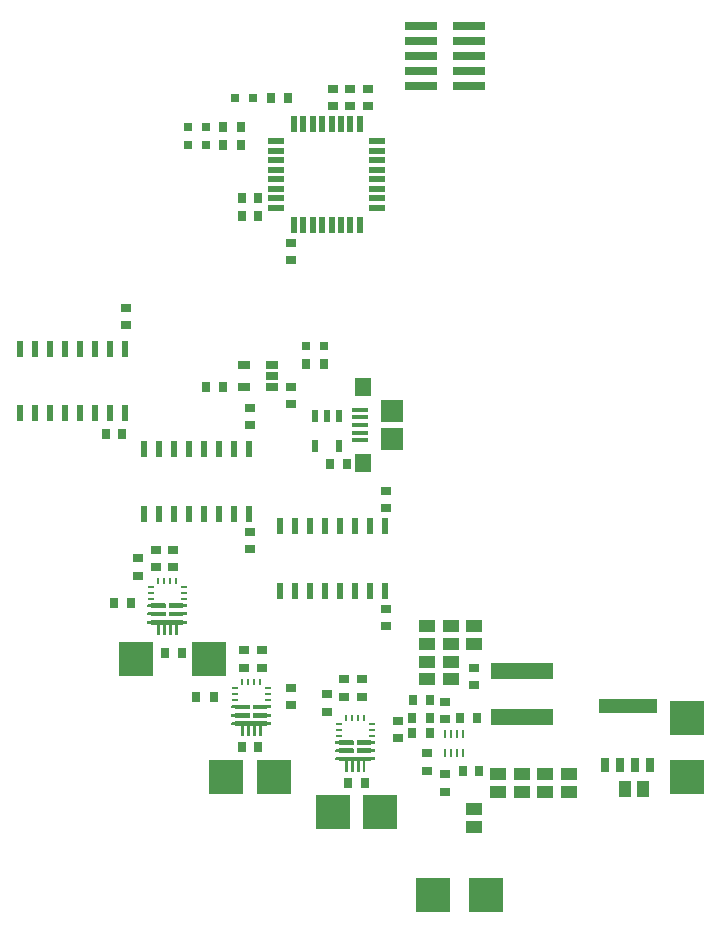
<source format=gbr>
%TF.GenerationSoftware,Altium Limited,Altium Designer,22.9.1 (49)*%
G04 Layer_Color=8421504*
%FSLAX45Y45*%
%MOMM*%
%TF.SameCoordinates,A07B7C20-9008-4073-B72B-9E11D2315A39*%
%TF.FilePolarity,Positive*%
%TF.FileFunction,Paste,Top*%
%TF.Part,Single*%
G01*
G75*
%TA.AperFunction,SMDPad,CuDef*%
%ADD10R,2.79000X0.74000*%
%ADD11R,0.80000X0.90000*%
%ADD12R,1.35000X0.40000*%
%ADD13R,1.90000X1.90000*%
%ADD14R,1.40000X1.60000*%
%ADD15R,0.70000X0.90000*%
%ADD16R,0.90000X0.70000*%
%ADD17R,0.53340X1.46170*%
%ADD18R,5.00000X1.30000*%
%ADD19R,0.80000X1.30000*%
%ADD20R,0.60000X1.10000*%
%ADD21R,1.00000X0.70000*%
%TA.AperFunction,SMDPad,SMDef*%
%ADD25R,0.60000X0.25000*%
%ADD26R,0.25000X0.60000*%
%TA.AperFunction,SMDPad,CuDef*%
%ADD27R,1.40000X1.10000*%
%ADD28R,1.10000X1.40000*%
%ADD29R,0.90000X0.80000*%
%ADD30R,0.50080X1.35890*%
%ADD31R,1.35890X0.50080*%
%ADD32R,0.22860X0.71120*%
%ADD33R,5.30000X1.40000*%
%ADD34R,3.00000X3.00000*%
%ADD35R,0.80000X0.80000*%
G36*
X11235000Y9562503D02*
X11265000D01*
X11270000Y9557503D01*
Y9542503D01*
X11265000Y9537503D01*
X11235000D01*
Y9530003D01*
X11117500Y9530003D01*
X11112500Y9535003D01*
X11112500Y9565003D01*
X11117500Y9570003D01*
X11235000D01*
Y9562503D01*
D02*
G37*
G36*
X11087500Y9565000D02*
X11087500Y9535000D01*
X11082500Y9530000D01*
X10965000D01*
Y9537500D01*
X10935000Y9537500D01*
X10930000Y9542500D01*
Y9557500D01*
X10935000Y9562500D01*
X10965000Y9562500D01*
Y9570000D01*
X11082500D01*
X11087500Y9565000D01*
D02*
G37*
G36*
X11235000Y9492501D02*
X11265000D01*
X11270000Y9487501D01*
Y9472502D01*
X11265000Y9467502D01*
X11235000Y9467502D01*
Y9460002D01*
X11117500D01*
X11112500Y9465002D01*
X11112500Y9495002D01*
X11117500Y9500002D01*
X11235000D01*
Y9492501D01*
D02*
G37*
G36*
X11087502Y9494998D02*
X11087502Y9464998D01*
X11082502Y9459998D01*
X10965002D01*
Y9467498D01*
X10935002D01*
X10930002Y9472498D01*
Y9487498D01*
X10935002Y9492498D01*
X10965002Y9492498D01*
Y9499998D01*
X11082502D01*
X11087502Y9494998D01*
D02*
G37*
G36*
X11235000Y9422500D02*
X11265000Y9422500D01*
X11270000Y9417500D01*
Y9402500D01*
X11265000Y9397500D01*
X11235000D01*
Y9390000D01*
X11187500D01*
Y9305000D01*
X11182500Y9300000D01*
X11167500D01*
X11162500Y9305000D01*
Y9390000D01*
X11137500D01*
Y9305000D01*
X11132500Y9300000D01*
X11117500D01*
X11112500Y9305000D01*
Y9390000D01*
X11087500D01*
Y9305000D01*
X11082500Y9300000D01*
X11067500D01*
X11062500Y9305000D01*
Y9390000D01*
X11037500D01*
Y9305000D01*
X11032500Y9300000D01*
X11017500D01*
X11012500Y9305000D01*
Y9390000D01*
X10965000D01*
Y9397500D01*
X10935000D01*
X10930000Y9402500D01*
Y9417500D01*
X10935000Y9422500D01*
X10965000D01*
Y9430000D01*
X11235000D01*
Y9422500D01*
D02*
G37*
G36*
X11945000Y8705003D02*
X11975000D01*
X11980000Y8700003D01*
Y8685003D01*
X11975000Y8680003D01*
X11945000D01*
Y8672503D01*
X11827500Y8672503D01*
X11822500Y8677503D01*
X11822500Y8707503D01*
X11827500Y8712503D01*
X11945000D01*
Y8705003D01*
D02*
G37*
G36*
X11797500Y8707500D02*
X11797500Y8677500D01*
X11792500Y8672500D01*
X11675000D01*
Y8680000D01*
X11645000Y8680000D01*
X11640000Y8685000D01*
Y8700000D01*
X11645000Y8705000D01*
X11675000Y8705000D01*
Y8712500D01*
X11792500D01*
X11797500Y8707500D01*
D02*
G37*
G36*
X11945000Y8635002D02*
X11975000D01*
X11980000Y8630002D01*
Y8615002D01*
X11975000Y8610002D01*
X11945000Y8610002D01*
Y8602502D01*
X11827500D01*
X11822500Y8607502D01*
X11822500Y8637502D01*
X11827500Y8642502D01*
X11945000D01*
Y8635002D01*
D02*
G37*
G36*
X11797502Y8637498D02*
X11797502Y8607498D01*
X11792502Y8602498D01*
X11675002D01*
Y8609999D01*
X11645002D01*
X11640002Y8614999D01*
Y8629998D01*
X11645002Y8634998D01*
X11675002Y8634998D01*
Y8642498D01*
X11792502D01*
X11797502Y8637498D01*
D02*
G37*
G36*
X11945000Y8565000D02*
X11975000Y8565000D01*
X11980000Y8560000D01*
Y8545000D01*
X11975000Y8540000D01*
X11945000D01*
Y8532500D01*
X11897500D01*
Y8447500D01*
X11892500Y8442500D01*
X11877500D01*
X11872500Y8447500D01*
Y8532500D01*
X11847500D01*
Y8447500D01*
X11842500Y8442500D01*
X11827500D01*
X11822500Y8447500D01*
Y8532500D01*
X11797500D01*
Y8447500D01*
X11792500Y8442500D01*
X11777500D01*
X11772500Y8447500D01*
Y8532500D01*
X11747500D01*
Y8447500D01*
X11742500Y8442500D01*
X11727500D01*
X11722500Y8447500D01*
Y8532500D01*
X11675000D01*
Y8540000D01*
X11645000D01*
X11640000Y8545000D01*
Y8560000D01*
X11645000Y8565000D01*
X11675000D01*
Y8572500D01*
X11945000D01*
Y8565000D01*
D02*
G37*
G36*
X12825000Y8405003D02*
X12855000D01*
X12860001Y8400003D01*
Y8385003D01*
X12855000Y8380003D01*
X12825000D01*
Y8372503D01*
X12707500Y8372503D01*
X12702500Y8377503D01*
X12702500Y8407503D01*
X12707500Y8412503D01*
X12825000D01*
Y8405003D01*
D02*
G37*
G36*
X12677500Y8407500D02*
X12677500Y8377500D01*
X12672500Y8372500D01*
X12555000D01*
Y8380000D01*
X12525000Y8380000D01*
X12520000Y8385000D01*
Y8400000D01*
X12525000Y8405000D01*
X12555000Y8405000D01*
Y8412500D01*
X12672500D01*
X12677500Y8407500D01*
D02*
G37*
G36*
X12825000Y8335001D02*
X12855000D01*
X12860001Y8330001D01*
Y8315001D01*
X12855000Y8310002D01*
X12825000Y8310001D01*
Y8302502D01*
X12707500D01*
X12702500Y8307502D01*
X12702500Y8337501D01*
X12707500Y8342501D01*
X12825000D01*
Y8335001D01*
D02*
G37*
G36*
X12677502Y8337498D02*
X12677502Y8307498D01*
X12672502Y8302498D01*
X12555002D01*
Y8309998D01*
X12525002D01*
X12520002Y8314998D01*
Y8329998D01*
X12525002Y8334998D01*
X12555002Y8334998D01*
Y8342498D01*
X12672502D01*
X12677502Y8337498D01*
D02*
G37*
G36*
X12825000Y8265000D02*
X12855000Y8265000D01*
X12860001Y8260000D01*
Y8245000D01*
X12855000Y8240000D01*
X12825000D01*
Y8232500D01*
X12777500D01*
Y8147500D01*
X12772500Y8142500D01*
X12757500D01*
X12752500Y8147500D01*
Y8232500D01*
X12727500D01*
Y8147500D01*
X12722500Y8142500D01*
X12707500D01*
X12702500Y8147500D01*
Y8232500D01*
X12677500D01*
Y8147500D01*
X12672500Y8142500D01*
X12657500D01*
X12652500Y8147500D01*
Y8232500D01*
X12627500D01*
Y8147500D01*
X12622500Y8142500D01*
X12607500D01*
X12602500Y8147500D01*
Y8232500D01*
X12555000D01*
Y8240000D01*
X12525000D01*
X12520000Y8245000D01*
Y8260000D01*
X12525000Y8265000D01*
X12555000D01*
Y8272500D01*
X12825000D01*
Y8265000D01*
D02*
G37*
D10*
X13246500Y14073000D02*
D03*
X13653500D02*
D03*
X13246500Y13946001D02*
D03*
X13653500D02*
D03*
X13246500Y14453999D02*
D03*
X13653500D02*
D03*
X13246500Y14327000D02*
D03*
X13653500D02*
D03*
X13246500Y14200000D02*
D03*
X13653200D02*
D03*
D11*
X10790000Y9570000D02*
D03*
X10650000D02*
D03*
X11570000Y11400000D02*
D03*
X11430000D02*
D03*
X13180000Y8750000D02*
D03*
X13320000D02*
D03*
X12620000Y10750000D02*
D03*
X12480000D02*
D03*
X13580000Y8600000D02*
D03*
X13720000D02*
D03*
X13600000Y8150000D02*
D03*
X13739999D02*
D03*
X11870000Y13000000D02*
D03*
X11730000D02*
D03*
X11730000Y12850000D02*
D03*
X11870000D02*
D03*
X10720000Y11000000D02*
D03*
X10580000D02*
D03*
X12630000Y8050000D02*
D03*
X12770000D02*
D03*
X11080000Y9150000D02*
D03*
X11220000D02*
D03*
X11730000Y8350000D02*
D03*
X11870000D02*
D03*
D12*
X12732500Y10950000D02*
D03*
Y11015000D02*
D03*
Y11080000D02*
D03*
Y11145000D02*
D03*
Y11210000D02*
D03*
D13*
X13000000Y10960000D02*
D03*
Y11200000D02*
D03*
D14*
X12755000Y10760000D02*
D03*
Y11400000D02*
D03*
D15*
X12425000Y11600000D02*
D03*
X12275000D02*
D03*
X13325000Y8470000D02*
D03*
X13175000D02*
D03*
X13175000Y8600000D02*
D03*
X13325000D02*
D03*
X12125000Y13850000D02*
D03*
X11975000D02*
D03*
X11725000Y13450000D02*
D03*
X11575000D02*
D03*
X11725000Y13600000D02*
D03*
X11575000D02*
D03*
X11495000Y8780000D02*
D03*
X11345000D02*
D03*
D16*
X13300000Y8300000D02*
D03*
Y8150000D02*
D03*
X13450000Y7975000D02*
D03*
Y8125000D02*
D03*
X12750000Y8775000D02*
D03*
Y8925000D02*
D03*
X11150000Y9875000D02*
D03*
Y10025000D02*
D03*
X11900000Y9025000D02*
D03*
Y9175000D02*
D03*
X12600000Y8775000D02*
D03*
Y8925000D02*
D03*
X11000000Y9875000D02*
D03*
Y10025000D02*
D03*
X11750000Y9025000D02*
D03*
Y9175000D02*
D03*
X12450000Y8650000D02*
D03*
Y8800000D02*
D03*
X10850000Y9800000D02*
D03*
Y9950000D02*
D03*
D17*
X12944501Y9677525D02*
D03*
X12817500D02*
D03*
X12690500D02*
D03*
X12563500D02*
D03*
X12436500D02*
D03*
X12309500D02*
D03*
X12182500D02*
D03*
X12055500D02*
D03*
Y10222475D02*
D03*
X12182500D02*
D03*
X12309500D02*
D03*
X12436500D02*
D03*
X12563500D02*
D03*
X12690500D02*
D03*
X12817500D02*
D03*
X12944501D02*
D03*
X11794500Y10327525D02*
D03*
X11667500D02*
D03*
X11540500D02*
D03*
X11413500D02*
D03*
X11286500D02*
D03*
X11159500D02*
D03*
X11032500D02*
D03*
X10905500D02*
D03*
Y10872475D02*
D03*
X11032500D02*
D03*
X11159500D02*
D03*
X11286500D02*
D03*
X11413500D02*
D03*
X11540500D02*
D03*
X11667500D02*
D03*
X11794500D02*
D03*
X10744500Y11177525D02*
D03*
X10617500D02*
D03*
X10490500D02*
D03*
X10363500D02*
D03*
X10236500D02*
D03*
X10109500D02*
D03*
X9982500D02*
D03*
X9855500D02*
D03*
Y11722475D02*
D03*
X9982500D02*
D03*
X10109500D02*
D03*
X10236500D02*
D03*
X10363500D02*
D03*
X10490500D02*
D03*
X10617500D02*
D03*
X10744500D02*
D03*
D18*
X15000000Y8700000D02*
D03*
D19*
X15190500Y8204700D02*
D03*
X15063499D02*
D03*
X14936501D02*
D03*
X14809500D02*
D03*
D20*
X12553200Y10900000D02*
D03*
X12350000D02*
D03*
Y11154000D02*
D03*
X12553200D02*
D03*
X12451600D02*
D03*
D21*
X11750000Y11590000D02*
D03*
Y11400000D02*
D03*
X11990000Y11590000D02*
D03*
Y11495000D02*
D03*
Y11400000D02*
D03*
D25*
X11670000Y8850000D02*
D03*
Y8800000D02*
D03*
Y8750000D02*
D03*
X11950000Y8800000D02*
D03*
Y8750000D02*
D03*
Y8850000D02*
D03*
X12830000Y8550000D02*
D03*
Y8500000D02*
D03*
Y8450000D02*
D03*
X12550000D02*
D03*
Y8500000D02*
D03*
Y8550000D02*
D03*
X11240000Y9707500D02*
D03*
Y9657500D02*
D03*
Y9607500D02*
D03*
X10960000D02*
D03*
Y9657500D02*
D03*
Y9707500D02*
D03*
D26*
X11735000Y8902500D02*
D03*
X11835000D02*
D03*
X11785000D02*
D03*
X11885000D02*
D03*
X12615000Y8602500D02*
D03*
X12665000D02*
D03*
X12715000D02*
D03*
X12765000D02*
D03*
X11025000Y9760000D02*
D03*
X11075000D02*
D03*
X11125000D02*
D03*
X11175000D02*
D03*
D27*
X13700000Y7675000D02*
D03*
Y7825000D02*
D03*
X13899998Y8125000D02*
D03*
Y7975000D02*
D03*
X14099998Y8125000D02*
D03*
Y7975000D02*
D03*
X14299998Y8125000D02*
D03*
Y7975000D02*
D03*
X14499998Y8125000D02*
D03*
Y7975000D02*
D03*
X13300000Y9375000D02*
D03*
Y9225000D02*
D03*
X13500000Y9375000D02*
D03*
Y9225000D02*
D03*
X13700000Y9375000D02*
D03*
Y9225000D02*
D03*
X13500000Y9075000D02*
D03*
Y8925000D02*
D03*
X13300000D02*
D03*
Y9075000D02*
D03*
D28*
X15125000Y8000000D02*
D03*
X14975000D02*
D03*
D29*
X13450000Y8730000D02*
D03*
Y8590000D02*
D03*
X12150000Y11400000D02*
D03*
Y11260000D02*
D03*
X13700000Y9020000D02*
D03*
Y8880000D02*
D03*
X12800000Y13780000D02*
D03*
Y13920000D02*
D03*
X12500000Y13920000D02*
D03*
Y13780000D02*
D03*
X12150000Y12480000D02*
D03*
Y12620000D02*
D03*
X12650000Y13920000D02*
D03*
Y13780000D02*
D03*
X12950000Y9520000D02*
D03*
Y9380000D02*
D03*
Y10520000D02*
D03*
Y10380000D02*
D03*
X11800000Y10170000D02*
D03*
Y10030000D02*
D03*
Y11220000D02*
D03*
Y11080000D02*
D03*
X10750000Y12070000D02*
D03*
Y11930000D02*
D03*
X13050000Y8570000D02*
D03*
Y8430000D02*
D03*
X12150000Y8850000D02*
D03*
Y8710000D02*
D03*
D30*
X12730000Y13627354D02*
D03*
X12650000D02*
D03*
X12570000D02*
D03*
X12490000D02*
D03*
X12410000D02*
D03*
X12330000D02*
D03*
X12250000D02*
D03*
X12170000D02*
D03*
Y12772645D02*
D03*
X12250000D02*
D03*
X12330000D02*
D03*
X12410000D02*
D03*
X12490000D02*
D03*
X12570000D02*
D03*
X12650000D02*
D03*
X12730000D02*
D03*
D31*
X12022645Y13480000D02*
D03*
Y13400000D02*
D03*
Y13320000D02*
D03*
Y13239999D02*
D03*
Y13160001D02*
D03*
Y13080000D02*
D03*
Y13000000D02*
D03*
Y12920000D02*
D03*
X12877354D02*
D03*
Y13000000D02*
D03*
Y13080000D02*
D03*
Y13160001D02*
D03*
Y13239999D02*
D03*
Y13320000D02*
D03*
Y13400000D02*
D03*
Y13480000D02*
D03*
D32*
X13449986Y8300000D02*
D03*
X13500000D02*
D03*
X13550014D02*
D03*
X13600024D02*
D03*
Y8460020D02*
D03*
X13550014D02*
D03*
X13500000D02*
D03*
X13449986D02*
D03*
D33*
X14100000Y8606300D02*
D03*
Y9000000D02*
D03*
D34*
X13800000Y7100000D02*
D03*
X13350000D02*
D03*
X15500000Y8100000D02*
D03*
Y8600000D02*
D03*
X12500000Y7800000D02*
D03*
X10837300Y9100000D02*
D03*
X11600000Y8100000D02*
D03*
X12900000Y7800000D02*
D03*
X11450000Y9100000D02*
D03*
X12000000Y8100000D02*
D03*
D35*
X12425000Y11750000D02*
D03*
X12275000D02*
D03*
X11825000Y13850000D02*
D03*
X11675000D02*
D03*
X11425000Y13450000D02*
D03*
X11275000D02*
D03*
X11425000Y13600000D02*
D03*
X11275000D02*
D03*
%TF.MD5,7ffb449af2a8c9c038c933bb6b321f05*%
M02*

</source>
